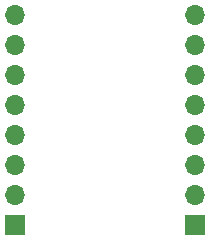
<source format=gbs>
G04 #@! TF.GenerationSoftware,KiCad,Pcbnew,6.0.8+dfsg-1~bpo11+1*
G04 #@! TF.CreationDate,2023-08-01T09:03:40-04:00*
G04 #@! TF.ProjectId,fpc_1x16_conn_breakout,6670635f-3178-4313-965f-636f6e6e5f62,rev?*
G04 #@! TF.SameCoordinates,Original*
G04 #@! TF.FileFunction,Soldermask,Bot*
G04 #@! TF.FilePolarity,Negative*
%FSLAX46Y46*%
G04 Gerber Fmt 4.6, Leading zero omitted, Abs format (unit mm)*
G04 Created by KiCad (PCBNEW 6.0.8+dfsg-1~bpo11+1) date 2023-08-01 09:03:40*
%MOMM*%
%LPD*%
G01*
G04 APERTURE LIST*
%ADD10R,1.700000X1.700000*%
%ADD11O,1.700000X1.700000*%
G04 APERTURE END LIST*
D10*
X165100000Y-96520000D03*
D11*
X165100000Y-93980000D03*
X165100000Y-91440000D03*
X165100000Y-88900000D03*
X165100000Y-86360000D03*
X165100000Y-83820000D03*
X165100000Y-81280000D03*
X165100000Y-78740000D03*
D10*
X180340000Y-96520000D03*
D11*
X180340000Y-93980000D03*
X180340000Y-91440000D03*
X180340000Y-88900000D03*
X180340000Y-86360000D03*
X180340000Y-83820000D03*
X180340000Y-81280000D03*
X180340000Y-78740000D03*
M02*

</source>
